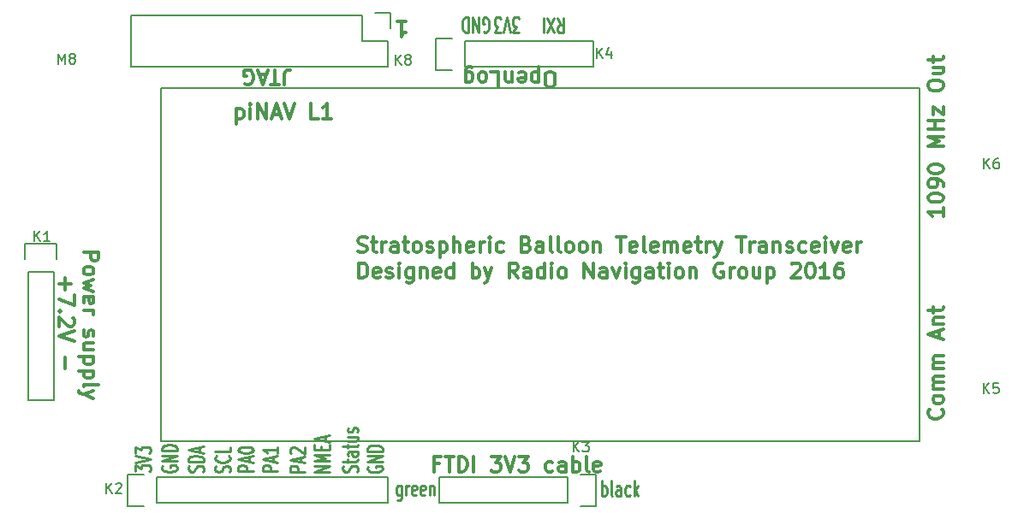
<source format=gbr>
G04 #@! TF.FileFunction,Legend,Top*
%FSLAX46Y46*%
G04 Gerber Fmt 4.6, Leading zero omitted, Abs format (unit mm)*
G04 Created by KiCad (PCBNEW 4.0.3-stable) date 09/21/16 12:07:47*
%MOMM*%
%LPD*%
G01*
G04 APERTURE LIST*
%ADD10C,0.100000*%
%ADD11C,0.200000*%
%ADD12C,0.300000*%
%ADD13C,0.250000*%
%ADD14C,0.150000*%
G04 APERTURE END LIST*
D10*
D11*
X50000000Y-145000000D02*
X50000000Y-110000000D01*
X125000000Y-145000000D02*
X50000000Y-145000000D01*
X125000000Y-110000000D02*
X125000000Y-145000000D01*
X50000000Y-110000000D02*
X125000000Y-110000000D01*
D12*
X57457143Y-112078571D02*
X57457143Y-113578571D01*
X57457143Y-112150000D02*
X57600000Y-112078571D01*
X57885714Y-112078571D01*
X58028571Y-112150000D01*
X58100000Y-112221429D01*
X58171429Y-112364286D01*
X58171429Y-112792857D01*
X58100000Y-112935714D01*
X58028571Y-113007143D01*
X57885714Y-113078571D01*
X57600000Y-113078571D01*
X57457143Y-113007143D01*
X58814286Y-113078571D02*
X58814286Y-112078571D01*
X58814286Y-111578571D02*
X58742857Y-111650000D01*
X58814286Y-111721429D01*
X58885714Y-111650000D01*
X58814286Y-111578571D01*
X58814286Y-111721429D01*
X59528572Y-113078571D02*
X59528572Y-111578571D01*
X60385715Y-113078571D01*
X60385715Y-111578571D01*
X61028572Y-112650000D02*
X61742858Y-112650000D01*
X60885715Y-113078571D02*
X61385715Y-111578571D01*
X61885715Y-113078571D01*
X62171429Y-111578571D02*
X62671429Y-113078571D01*
X63171429Y-111578571D01*
X65528572Y-113078571D02*
X64814286Y-113078571D01*
X64814286Y-111578571D01*
X66814286Y-113078571D02*
X65957143Y-113078571D01*
X66385715Y-113078571D02*
X66385715Y-111578571D01*
X66242858Y-111792857D01*
X66100000Y-111935714D01*
X65957143Y-112007143D01*
X69485714Y-126232143D02*
X69700000Y-126303571D01*
X70057143Y-126303571D01*
X70200000Y-126232143D01*
X70271429Y-126160714D01*
X70342857Y-126017857D01*
X70342857Y-125875000D01*
X70271429Y-125732143D01*
X70200000Y-125660714D01*
X70057143Y-125589286D01*
X69771429Y-125517857D01*
X69628571Y-125446429D01*
X69557143Y-125375000D01*
X69485714Y-125232143D01*
X69485714Y-125089286D01*
X69557143Y-124946429D01*
X69628571Y-124875000D01*
X69771429Y-124803571D01*
X70128571Y-124803571D01*
X70342857Y-124875000D01*
X70771428Y-125303571D02*
X71342857Y-125303571D01*
X70985714Y-124803571D02*
X70985714Y-126089286D01*
X71057142Y-126232143D01*
X71200000Y-126303571D01*
X71342857Y-126303571D01*
X71842857Y-126303571D02*
X71842857Y-125303571D01*
X71842857Y-125589286D02*
X71914285Y-125446429D01*
X71985714Y-125375000D01*
X72128571Y-125303571D01*
X72271428Y-125303571D01*
X73414285Y-126303571D02*
X73414285Y-125517857D01*
X73342856Y-125375000D01*
X73199999Y-125303571D01*
X72914285Y-125303571D01*
X72771428Y-125375000D01*
X73414285Y-126232143D02*
X73271428Y-126303571D01*
X72914285Y-126303571D01*
X72771428Y-126232143D01*
X72699999Y-126089286D01*
X72699999Y-125946429D01*
X72771428Y-125803571D01*
X72914285Y-125732143D01*
X73271428Y-125732143D01*
X73414285Y-125660714D01*
X73914285Y-125303571D02*
X74485714Y-125303571D01*
X74128571Y-124803571D02*
X74128571Y-126089286D01*
X74199999Y-126232143D01*
X74342857Y-126303571D01*
X74485714Y-126303571D01*
X75200000Y-126303571D02*
X75057142Y-126232143D01*
X74985714Y-126160714D01*
X74914285Y-126017857D01*
X74914285Y-125589286D01*
X74985714Y-125446429D01*
X75057142Y-125375000D01*
X75200000Y-125303571D01*
X75414285Y-125303571D01*
X75557142Y-125375000D01*
X75628571Y-125446429D01*
X75700000Y-125589286D01*
X75700000Y-126017857D01*
X75628571Y-126160714D01*
X75557142Y-126232143D01*
X75414285Y-126303571D01*
X75200000Y-126303571D01*
X76271428Y-126232143D02*
X76414285Y-126303571D01*
X76700000Y-126303571D01*
X76842857Y-126232143D01*
X76914285Y-126089286D01*
X76914285Y-126017857D01*
X76842857Y-125875000D01*
X76700000Y-125803571D01*
X76485714Y-125803571D01*
X76342857Y-125732143D01*
X76271428Y-125589286D01*
X76271428Y-125517857D01*
X76342857Y-125375000D01*
X76485714Y-125303571D01*
X76700000Y-125303571D01*
X76842857Y-125375000D01*
X77557143Y-125303571D02*
X77557143Y-126803571D01*
X77557143Y-125375000D02*
X77700000Y-125303571D01*
X77985714Y-125303571D01*
X78128571Y-125375000D01*
X78200000Y-125446429D01*
X78271429Y-125589286D01*
X78271429Y-126017857D01*
X78200000Y-126160714D01*
X78128571Y-126232143D01*
X77985714Y-126303571D01*
X77700000Y-126303571D01*
X77557143Y-126232143D01*
X78914286Y-126303571D02*
X78914286Y-124803571D01*
X79557143Y-126303571D02*
X79557143Y-125517857D01*
X79485714Y-125375000D01*
X79342857Y-125303571D01*
X79128572Y-125303571D01*
X78985714Y-125375000D01*
X78914286Y-125446429D01*
X80842857Y-126232143D02*
X80700000Y-126303571D01*
X80414286Y-126303571D01*
X80271429Y-126232143D01*
X80200000Y-126089286D01*
X80200000Y-125517857D01*
X80271429Y-125375000D01*
X80414286Y-125303571D01*
X80700000Y-125303571D01*
X80842857Y-125375000D01*
X80914286Y-125517857D01*
X80914286Y-125660714D01*
X80200000Y-125803571D01*
X81557143Y-126303571D02*
X81557143Y-125303571D01*
X81557143Y-125589286D02*
X81628571Y-125446429D01*
X81700000Y-125375000D01*
X81842857Y-125303571D01*
X81985714Y-125303571D01*
X82485714Y-126303571D02*
X82485714Y-125303571D01*
X82485714Y-124803571D02*
X82414285Y-124875000D01*
X82485714Y-124946429D01*
X82557142Y-124875000D01*
X82485714Y-124803571D01*
X82485714Y-124946429D01*
X83842857Y-126232143D02*
X83700000Y-126303571D01*
X83414286Y-126303571D01*
X83271428Y-126232143D01*
X83200000Y-126160714D01*
X83128571Y-126017857D01*
X83128571Y-125589286D01*
X83200000Y-125446429D01*
X83271428Y-125375000D01*
X83414286Y-125303571D01*
X83700000Y-125303571D01*
X83842857Y-125375000D01*
X86128571Y-125517857D02*
X86342857Y-125589286D01*
X86414285Y-125660714D01*
X86485714Y-125803571D01*
X86485714Y-126017857D01*
X86414285Y-126160714D01*
X86342857Y-126232143D01*
X86199999Y-126303571D01*
X85628571Y-126303571D01*
X85628571Y-124803571D01*
X86128571Y-124803571D01*
X86271428Y-124875000D01*
X86342857Y-124946429D01*
X86414285Y-125089286D01*
X86414285Y-125232143D01*
X86342857Y-125375000D01*
X86271428Y-125446429D01*
X86128571Y-125517857D01*
X85628571Y-125517857D01*
X87771428Y-126303571D02*
X87771428Y-125517857D01*
X87699999Y-125375000D01*
X87557142Y-125303571D01*
X87271428Y-125303571D01*
X87128571Y-125375000D01*
X87771428Y-126232143D02*
X87628571Y-126303571D01*
X87271428Y-126303571D01*
X87128571Y-126232143D01*
X87057142Y-126089286D01*
X87057142Y-125946429D01*
X87128571Y-125803571D01*
X87271428Y-125732143D01*
X87628571Y-125732143D01*
X87771428Y-125660714D01*
X88700000Y-126303571D02*
X88557142Y-126232143D01*
X88485714Y-126089286D01*
X88485714Y-124803571D01*
X89485714Y-126303571D02*
X89342856Y-126232143D01*
X89271428Y-126089286D01*
X89271428Y-124803571D01*
X90271428Y-126303571D02*
X90128570Y-126232143D01*
X90057142Y-126160714D01*
X89985713Y-126017857D01*
X89985713Y-125589286D01*
X90057142Y-125446429D01*
X90128570Y-125375000D01*
X90271428Y-125303571D01*
X90485713Y-125303571D01*
X90628570Y-125375000D01*
X90699999Y-125446429D01*
X90771428Y-125589286D01*
X90771428Y-126017857D01*
X90699999Y-126160714D01*
X90628570Y-126232143D01*
X90485713Y-126303571D01*
X90271428Y-126303571D01*
X91628571Y-126303571D02*
X91485713Y-126232143D01*
X91414285Y-126160714D01*
X91342856Y-126017857D01*
X91342856Y-125589286D01*
X91414285Y-125446429D01*
X91485713Y-125375000D01*
X91628571Y-125303571D01*
X91842856Y-125303571D01*
X91985713Y-125375000D01*
X92057142Y-125446429D01*
X92128571Y-125589286D01*
X92128571Y-126017857D01*
X92057142Y-126160714D01*
X91985713Y-126232143D01*
X91842856Y-126303571D01*
X91628571Y-126303571D01*
X92771428Y-125303571D02*
X92771428Y-126303571D01*
X92771428Y-125446429D02*
X92842856Y-125375000D01*
X92985714Y-125303571D01*
X93199999Y-125303571D01*
X93342856Y-125375000D01*
X93414285Y-125517857D01*
X93414285Y-126303571D01*
X95057142Y-124803571D02*
X95914285Y-124803571D01*
X95485714Y-126303571D02*
X95485714Y-124803571D01*
X96985713Y-126232143D02*
X96842856Y-126303571D01*
X96557142Y-126303571D01*
X96414285Y-126232143D01*
X96342856Y-126089286D01*
X96342856Y-125517857D01*
X96414285Y-125375000D01*
X96557142Y-125303571D01*
X96842856Y-125303571D01*
X96985713Y-125375000D01*
X97057142Y-125517857D01*
X97057142Y-125660714D01*
X96342856Y-125803571D01*
X97914285Y-126303571D02*
X97771427Y-126232143D01*
X97699999Y-126089286D01*
X97699999Y-124803571D01*
X99057141Y-126232143D02*
X98914284Y-126303571D01*
X98628570Y-126303571D01*
X98485713Y-126232143D01*
X98414284Y-126089286D01*
X98414284Y-125517857D01*
X98485713Y-125375000D01*
X98628570Y-125303571D01*
X98914284Y-125303571D01*
X99057141Y-125375000D01*
X99128570Y-125517857D01*
X99128570Y-125660714D01*
X98414284Y-125803571D01*
X99771427Y-126303571D02*
X99771427Y-125303571D01*
X99771427Y-125446429D02*
X99842855Y-125375000D01*
X99985713Y-125303571D01*
X100199998Y-125303571D01*
X100342855Y-125375000D01*
X100414284Y-125517857D01*
X100414284Y-126303571D01*
X100414284Y-125517857D02*
X100485713Y-125375000D01*
X100628570Y-125303571D01*
X100842855Y-125303571D01*
X100985713Y-125375000D01*
X101057141Y-125517857D01*
X101057141Y-126303571D01*
X102342855Y-126232143D02*
X102199998Y-126303571D01*
X101914284Y-126303571D01*
X101771427Y-126232143D01*
X101699998Y-126089286D01*
X101699998Y-125517857D01*
X101771427Y-125375000D01*
X101914284Y-125303571D01*
X102199998Y-125303571D01*
X102342855Y-125375000D01*
X102414284Y-125517857D01*
X102414284Y-125660714D01*
X101699998Y-125803571D01*
X102842855Y-125303571D02*
X103414284Y-125303571D01*
X103057141Y-124803571D02*
X103057141Y-126089286D01*
X103128569Y-126232143D01*
X103271427Y-126303571D01*
X103414284Y-126303571D01*
X103914284Y-126303571D02*
X103914284Y-125303571D01*
X103914284Y-125589286D02*
X103985712Y-125446429D01*
X104057141Y-125375000D01*
X104199998Y-125303571D01*
X104342855Y-125303571D01*
X104699998Y-125303571D02*
X105057141Y-126303571D01*
X105414283Y-125303571D02*
X105057141Y-126303571D01*
X104914283Y-126660714D01*
X104842855Y-126732143D01*
X104699998Y-126803571D01*
X106914283Y-124803571D02*
X107771426Y-124803571D01*
X107342855Y-126303571D02*
X107342855Y-124803571D01*
X108271426Y-126303571D02*
X108271426Y-125303571D01*
X108271426Y-125589286D02*
X108342854Y-125446429D01*
X108414283Y-125375000D01*
X108557140Y-125303571D01*
X108699997Y-125303571D01*
X109842854Y-126303571D02*
X109842854Y-125517857D01*
X109771425Y-125375000D01*
X109628568Y-125303571D01*
X109342854Y-125303571D01*
X109199997Y-125375000D01*
X109842854Y-126232143D02*
X109699997Y-126303571D01*
X109342854Y-126303571D01*
X109199997Y-126232143D01*
X109128568Y-126089286D01*
X109128568Y-125946429D01*
X109199997Y-125803571D01*
X109342854Y-125732143D01*
X109699997Y-125732143D01*
X109842854Y-125660714D01*
X110557140Y-125303571D02*
X110557140Y-126303571D01*
X110557140Y-125446429D02*
X110628568Y-125375000D01*
X110771426Y-125303571D01*
X110985711Y-125303571D01*
X111128568Y-125375000D01*
X111199997Y-125517857D01*
X111199997Y-126303571D01*
X111842854Y-126232143D02*
X111985711Y-126303571D01*
X112271426Y-126303571D01*
X112414283Y-126232143D01*
X112485711Y-126089286D01*
X112485711Y-126017857D01*
X112414283Y-125875000D01*
X112271426Y-125803571D01*
X112057140Y-125803571D01*
X111914283Y-125732143D01*
X111842854Y-125589286D01*
X111842854Y-125517857D01*
X111914283Y-125375000D01*
X112057140Y-125303571D01*
X112271426Y-125303571D01*
X112414283Y-125375000D01*
X113771426Y-126232143D02*
X113628569Y-126303571D01*
X113342855Y-126303571D01*
X113199997Y-126232143D01*
X113128569Y-126160714D01*
X113057140Y-126017857D01*
X113057140Y-125589286D01*
X113128569Y-125446429D01*
X113199997Y-125375000D01*
X113342855Y-125303571D01*
X113628569Y-125303571D01*
X113771426Y-125375000D01*
X114985711Y-126232143D02*
X114842854Y-126303571D01*
X114557140Y-126303571D01*
X114414283Y-126232143D01*
X114342854Y-126089286D01*
X114342854Y-125517857D01*
X114414283Y-125375000D01*
X114557140Y-125303571D01*
X114842854Y-125303571D01*
X114985711Y-125375000D01*
X115057140Y-125517857D01*
X115057140Y-125660714D01*
X114342854Y-125803571D01*
X115699997Y-126303571D02*
X115699997Y-125303571D01*
X115699997Y-124803571D02*
X115628568Y-124875000D01*
X115699997Y-124946429D01*
X115771425Y-124875000D01*
X115699997Y-124803571D01*
X115699997Y-124946429D01*
X116271426Y-125303571D02*
X116628569Y-126303571D01*
X116985711Y-125303571D01*
X118128568Y-126232143D02*
X117985711Y-126303571D01*
X117699997Y-126303571D01*
X117557140Y-126232143D01*
X117485711Y-126089286D01*
X117485711Y-125517857D01*
X117557140Y-125375000D01*
X117699997Y-125303571D01*
X117985711Y-125303571D01*
X118128568Y-125375000D01*
X118199997Y-125517857D01*
X118199997Y-125660714D01*
X117485711Y-125803571D01*
X118842854Y-126303571D02*
X118842854Y-125303571D01*
X118842854Y-125589286D02*
X118914282Y-125446429D01*
X118985711Y-125375000D01*
X119128568Y-125303571D01*
X119271425Y-125303571D01*
X69557143Y-128853571D02*
X69557143Y-127353571D01*
X69914286Y-127353571D01*
X70128571Y-127425000D01*
X70271429Y-127567857D01*
X70342857Y-127710714D01*
X70414286Y-127996429D01*
X70414286Y-128210714D01*
X70342857Y-128496429D01*
X70271429Y-128639286D01*
X70128571Y-128782143D01*
X69914286Y-128853571D01*
X69557143Y-128853571D01*
X71628571Y-128782143D02*
X71485714Y-128853571D01*
X71200000Y-128853571D01*
X71057143Y-128782143D01*
X70985714Y-128639286D01*
X70985714Y-128067857D01*
X71057143Y-127925000D01*
X71200000Y-127853571D01*
X71485714Y-127853571D01*
X71628571Y-127925000D01*
X71700000Y-128067857D01*
X71700000Y-128210714D01*
X70985714Y-128353571D01*
X72271428Y-128782143D02*
X72414285Y-128853571D01*
X72700000Y-128853571D01*
X72842857Y-128782143D01*
X72914285Y-128639286D01*
X72914285Y-128567857D01*
X72842857Y-128425000D01*
X72700000Y-128353571D01*
X72485714Y-128353571D01*
X72342857Y-128282143D01*
X72271428Y-128139286D01*
X72271428Y-128067857D01*
X72342857Y-127925000D01*
X72485714Y-127853571D01*
X72700000Y-127853571D01*
X72842857Y-127925000D01*
X73557143Y-128853571D02*
X73557143Y-127853571D01*
X73557143Y-127353571D02*
X73485714Y-127425000D01*
X73557143Y-127496429D01*
X73628571Y-127425000D01*
X73557143Y-127353571D01*
X73557143Y-127496429D01*
X74914286Y-127853571D02*
X74914286Y-129067857D01*
X74842857Y-129210714D01*
X74771429Y-129282143D01*
X74628572Y-129353571D01*
X74414286Y-129353571D01*
X74271429Y-129282143D01*
X74914286Y-128782143D02*
X74771429Y-128853571D01*
X74485715Y-128853571D01*
X74342857Y-128782143D01*
X74271429Y-128710714D01*
X74200000Y-128567857D01*
X74200000Y-128139286D01*
X74271429Y-127996429D01*
X74342857Y-127925000D01*
X74485715Y-127853571D01*
X74771429Y-127853571D01*
X74914286Y-127925000D01*
X75628572Y-127853571D02*
X75628572Y-128853571D01*
X75628572Y-127996429D02*
X75700000Y-127925000D01*
X75842858Y-127853571D01*
X76057143Y-127853571D01*
X76200000Y-127925000D01*
X76271429Y-128067857D01*
X76271429Y-128853571D01*
X77557143Y-128782143D02*
X77414286Y-128853571D01*
X77128572Y-128853571D01*
X76985715Y-128782143D01*
X76914286Y-128639286D01*
X76914286Y-128067857D01*
X76985715Y-127925000D01*
X77128572Y-127853571D01*
X77414286Y-127853571D01*
X77557143Y-127925000D01*
X77628572Y-128067857D01*
X77628572Y-128210714D01*
X76914286Y-128353571D01*
X78914286Y-128853571D02*
X78914286Y-127353571D01*
X78914286Y-128782143D02*
X78771429Y-128853571D01*
X78485715Y-128853571D01*
X78342857Y-128782143D01*
X78271429Y-128710714D01*
X78200000Y-128567857D01*
X78200000Y-128139286D01*
X78271429Y-127996429D01*
X78342857Y-127925000D01*
X78485715Y-127853571D01*
X78771429Y-127853571D01*
X78914286Y-127925000D01*
X80771429Y-128853571D02*
X80771429Y-127353571D01*
X80771429Y-127925000D02*
X80914286Y-127853571D01*
X81200000Y-127853571D01*
X81342857Y-127925000D01*
X81414286Y-127996429D01*
X81485715Y-128139286D01*
X81485715Y-128567857D01*
X81414286Y-128710714D01*
X81342857Y-128782143D01*
X81200000Y-128853571D01*
X80914286Y-128853571D01*
X80771429Y-128782143D01*
X81985715Y-127853571D02*
X82342858Y-128853571D01*
X82700000Y-127853571D02*
X82342858Y-128853571D01*
X82200000Y-129210714D01*
X82128572Y-129282143D01*
X81985715Y-129353571D01*
X85271429Y-128853571D02*
X84771429Y-128139286D01*
X84414286Y-128853571D02*
X84414286Y-127353571D01*
X84985714Y-127353571D01*
X85128572Y-127425000D01*
X85200000Y-127496429D01*
X85271429Y-127639286D01*
X85271429Y-127853571D01*
X85200000Y-127996429D01*
X85128572Y-128067857D01*
X84985714Y-128139286D01*
X84414286Y-128139286D01*
X86557143Y-128853571D02*
X86557143Y-128067857D01*
X86485714Y-127925000D01*
X86342857Y-127853571D01*
X86057143Y-127853571D01*
X85914286Y-127925000D01*
X86557143Y-128782143D02*
X86414286Y-128853571D01*
X86057143Y-128853571D01*
X85914286Y-128782143D01*
X85842857Y-128639286D01*
X85842857Y-128496429D01*
X85914286Y-128353571D01*
X86057143Y-128282143D01*
X86414286Y-128282143D01*
X86557143Y-128210714D01*
X87914286Y-128853571D02*
X87914286Y-127353571D01*
X87914286Y-128782143D02*
X87771429Y-128853571D01*
X87485715Y-128853571D01*
X87342857Y-128782143D01*
X87271429Y-128710714D01*
X87200000Y-128567857D01*
X87200000Y-128139286D01*
X87271429Y-127996429D01*
X87342857Y-127925000D01*
X87485715Y-127853571D01*
X87771429Y-127853571D01*
X87914286Y-127925000D01*
X88628572Y-128853571D02*
X88628572Y-127853571D01*
X88628572Y-127353571D02*
X88557143Y-127425000D01*
X88628572Y-127496429D01*
X88700000Y-127425000D01*
X88628572Y-127353571D01*
X88628572Y-127496429D01*
X89557144Y-128853571D02*
X89414286Y-128782143D01*
X89342858Y-128710714D01*
X89271429Y-128567857D01*
X89271429Y-128139286D01*
X89342858Y-127996429D01*
X89414286Y-127925000D01*
X89557144Y-127853571D01*
X89771429Y-127853571D01*
X89914286Y-127925000D01*
X89985715Y-127996429D01*
X90057144Y-128139286D01*
X90057144Y-128567857D01*
X89985715Y-128710714D01*
X89914286Y-128782143D01*
X89771429Y-128853571D01*
X89557144Y-128853571D01*
X91842858Y-128853571D02*
X91842858Y-127353571D01*
X92700001Y-128853571D01*
X92700001Y-127353571D01*
X94057144Y-128853571D02*
X94057144Y-128067857D01*
X93985715Y-127925000D01*
X93842858Y-127853571D01*
X93557144Y-127853571D01*
X93414287Y-127925000D01*
X94057144Y-128782143D02*
X93914287Y-128853571D01*
X93557144Y-128853571D01*
X93414287Y-128782143D01*
X93342858Y-128639286D01*
X93342858Y-128496429D01*
X93414287Y-128353571D01*
X93557144Y-128282143D01*
X93914287Y-128282143D01*
X94057144Y-128210714D01*
X94628573Y-127853571D02*
X94985716Y-128853571D01*
X95342858Y-127853571D01*
X95914287Y-128853571D02*
X95914287Y-127853571D01*
X95914287Y-127353571D02*
X95842858Y-127425000D01*
X95914287Y-127496429D01*
X95985715Y-127425000D01*
X95914287Y-127353571D01*
X95914287Y-127496429D01*
X97271430Y-127853571D02*
X97271430Y-129067857D01*
X97200001Y-129210714D01*
X97128573Y-129282143D01*
X96985716Y-129353571D01*
X96771430Y-129353571D01*
X96628573Y-129282143D01*
X97271430Y-128782143D02*
X97128573Y-128853571D01*
X96842859Y-128853571D01*
X96700001Y-128782143D01*
X96628573Y-128710714D01*
X96557144Y-128567857D01*
X96557144Y-128139286D01*
X96628573Y-127996429D01*
X96700001Y-127925000D01*
X96842859Y-127853571D01*
X97128573Y-127853571D01*
X97271430Y-127925000D01*
X98628573Y-128853571D02*
X98628573Y-128067857D01*
X98557144Y-127925000D01*
X98414287Y-127853571D01*
X98128573Y-127853571D01*
X97985716Y-127925000D01*
X98628573Y-128782143D02*
X98485716Y-128853571D01*
X98128573Y-128853571D01*
X97985716Y-128782143D01*
X97914287Y-128639286D01*
X97914287Y-128496429D01*
X97985716Y-128353571D01*
X98128573Y-128282143D01*
X98485716Y-128282143D01*
X98628573Y-128210714D01*
X99128573Y-127853571D02*
X99700002Y-127853571D01*
X99342859Y-127353571D02*
X99342859Y-128639286D01*
X99414287Y-128782143D01*
X99557145Y-128853571D01*
X99700002Y-128853571D01*
X100200002Y-128853571D02*
X100200002Y-127853571D01*
X100200002Y-127353571D02*
X100128573Y-127425000D01*
X100200002Y-127496429D01*
X100271430Y-127425000D01*
X100200002Y-127353571D01*
X100200002Y-127496429D01*
X101128574Y-128853571D02*
X100985716Y-128782143D01*
X100914288Y-128710714D01*
X100842859Y-128567857D01*
X100842859Y-128139286D01*
X100914288Y-127996429D01*
X100985716Y-127925000D01*
X101128574Y-127853571D01*
X101342859Y-127853571D01*
X101485716Y-127925000D01*
X101557145Y-127996429D01*
X101628574Y-128139286D01*
X101628574Y-128567857D01*
X101557145Y-128710714D01*
X101485716Y-128782143D01*
X101342859Y-128853571D01*
X101128574Y-128853571D01*
X102271431Y-127853571D02*
X102271431Y-128853571D01*
X102271431Y-127996429D02*
X102342859Y-127925000D01*
X102485717Y-127853571D01*
X102700002Y-127853571D01*
X102842859Y-127925000D01*
X102914288Y-128067857D01*
X102914288Y-128853571D01*
X105557145Y-127425000D02*
X105414288Y-127353571D01*
X105200002Y-127353571D01*
X104985717Y-127425000D01*
X104842859Y-127567857D01*
X104771431Y-127710714D01*
X104700002Y-127996429D01*
X104700002Y-128210714D01*
X104771431Y-128496429D01*
X104842859Y-128639286D01*
X104985717Y-128782143D01*
X105200002Y-128853571D01*
X105342859Y-128853571D01*
X105557145Y-128782143D01*
X105628574Y-128710714D01*
X105628574Y-128210714D01*
X105342859Y-128210714D01*
X106271431Y-128853571D02*
X106271431Y-127853571D01*
X106271431Y-128139286D02*
X106342859Y-127996429D01*
X106414288Y-127925000D01*
X106557145Y-127853571D01*
X106700002Y-127853571D01*
X107414288Y-128853571D02*
X107271430Y-128782143D01*
X107200002Y-128710714D01*
X107128573Y-128567857D01*
X107128573Y-128139286D01*
X107200002Y-127996429D01*
X107271430Y-127925000D01*
X107414288Y-127853571D01*
X107628573Y-127853571D01*
X107771430Y-127925000D01*
X107842859Y-127996429D01*
X107914288Y-128139286D01*
X107914288Y-128567857D01*
X107842859Y-128710714D01*
X107771430Y-128782143D01*
X107628573Y-128853571D01*
X107414288Y-128853571D01*
X109200002Y-127853571D02*
X109200002Y-128853571D01*
X108557145Y-127853571D02*
X108557145Y-128639286D01*
X108628573Y-128782143D01*
X108771431Y-128853571D01*
X108985716Y-128853571D01*
X109128573Y-128782143D01*
X109200002Y-128710714D01*
X109914288Y-127853571D02*
X109914288Y-129353571D01*
X109914288Y-127925000D02*
X110057145Y-127853571D01*
X110342859Y-127853571D01*
X110485716Y-127925000D01*
X110557145Y-127996429D01*
X110628574Y-128139286D01*
X110628574Y-128567857D01*
X110557145Y-128710714D01*
X110485716Y-128782143D01*
X110342859Y-128853571D01*
X110057145Y-128853571D01*
X109914288Y-128782143D01*
X112342859Y-127496429D02*
X112414288Y-127425000D01*
X112557145Y-127353571D01*
X112914288Y-127353571D01*
X113057145Y-127425000D01*
X113128574Y-127496429D01*
X113200002Y-127639286D01*
X113200002Y-127782143D01*
X113128574Y-127996429D01*
X112271431Y-128853571D01*
X113200002Y-128853571D01*
X114128573Y-127353571D02*
X114271430Y-127353571D01*
X114414287Y-127425000D01*
X114485716Y-127496429D01*
X114557145Y-127639286D01*
X114628573Y-127925000D01*
X114628573Y-128282143D01*
X114557145Y-128567857D01*
X114485716Y-128710714D01*
X114414287Y-128782143D01*
X114271430Y-128853571D01*
X114128573Y-128853571D01*
X113985716Y-128782143D01*
X113914287Y-128710714D01*
X113842859Y-128567857D01*
X113771430Y-128282143D01*
X113771430Y-127925000D01*
X113842859Y-127639286D01*
X113914287Y-127496429D01*
X113985716Y-127425000D01*
X114128573Y-127353571D01*
X116057144Y-128853571D02*
X115200001Y-128853571D01*
X115628573Y-128853571D02*
X115628573Y-127353571D01*
X115485716Y-127567857D01*
X115342858Y-127710714D01*
X115200001Y-127782143D01*
X117342858Y-127353571D02*
X117057144Y-127353571D01*
X116914287Y-127425000D01*
X116842858Y-127496429D01*
X116700001Y-127710714D01*
X116628572Y-127996429D01*
X116628572Y-128567857D01*
X116700001Y-128710714D01*
X116771429Y-128782143D01*
X116914287Y-128853571D01*
X117200001Y-128853571D01*
X117342858Y-128782143D01*
X117414287Y-128710714D01*
X117485715Y-128567857D01*
X117485715Y-128210714D01*
X117414287Y-128067857D01*
X117342858Y-127996429D01*
X117200001Y-127925000D01*
X116914287Y-127925000D01*
X116771429Y-127996429D01*
X116700001Y-128067857D01*
X116628572Y-128210714D01*
X127328571Y-121900000D02*
X127328571Y-122757143D01*
X127328571Y-122328571D02*
X125828571Y-122328571D01*
X126042857Y-122471428D01*
X126185714Y-122614286D01*
X126257143Y-122757143D01*
X125828571Y-120971429D02*
X125828571Y-120828572D01*
X125900000Y-120685715D01*
X125971429Y-120614286D01*
X126114286Y-120542857D01*
X126400000Y-120471429D01*
X126757143Y-120471429D01*
X127042857Y-120542857D01*
X127185714Y-120614286D01*
X127257143Y-120685715D01*
X127328571Y-120828572D01*
X127328571Y-120971429D01*
X127257143Y-121114286D01*
X127185714Y-121185715D01*
X127042857Y-121257143D01*
X126757143Y-121328572D01*
X126400000Y-121328572D01*
X126114286Y-121257143D01*
X125971429Y-121185715D01*
X125900000Y-121114286D01*
X125828571Y-120971429D01*
X127328571Y-119757144D02*
X127328571Y-119471429D01*
X127257143Y-119328572D01*
X127185714Y-119257144D01*
X126971429Y-119114286D01*
X126685714Y-119042858D01*
X126114286Y-119042858D01*
X125971429Y-119114286D01*
X125900000Y-119185715D01*
X125828571Y-119328572D01*
X125828571Y-119614286D01*
X125900000Y-119757144D01*
X125971429Y-119828572D01*
X126114286Y-119900001D01*
X126471429Y-119900001D01*
X126614286Y-119828572D01*
X126685714Y-119757144D01*
X126757143Y-119614286D01*
X126757143Y-119328572D01*
X126685714Y-119185715D01*
X126614286Y-119114286D01*
X126471429Y-119042858D01*
X125828571Y-118114287D02*
X125828571Y-117971430D01*
X125900000Y-117828573D01*
X125971429Y-117757144D01*
X126114286Y-117685715D01*
X126400000Y-117614287D01*
X126757143Y-117614287D01*
X127042857Y-117685715D01*
X127185714Y-117757144D01*
X127257143Y-117828573D01*
X127328571Y-117971430D01*
X127328571Y-118114287D01*
X127257143Y-118257144D01*
X127185714Y-118328573D01*
X127042857Y-118400001D01*
X126757143Y-118471430D01*
X126400000Y-118471430D01*
X126114286Y-118400001D01*
X125971429Y-118328573D01*
X125900000Y-118257144D01*
X125828571Y-118114287D01*
X127328571Y-115828573D02*
X125828571Y-115828573D01*
X126900000Y-115328573D01*
X125828571Y-114828573D01*
X127328571Y-114828573D01*
X127328571Y-114114287D02*
X125828571Y-114114287D01*
X126542857Y-114114287D02*
X126542857Y-113257144D01*
X127328571Y-113257144D02*
X125828571Y-113257144D01*
X126328571Y-112685715D02*
X126328571Y-111900001D01*
X127328571Y-112685715D01*
X127328571Y-111900001D01*
X125828571Y-109900001D02*
X125828571Y-109614287D01*
X125900000Y-109471429D01*
X126042857Y-109328572D01*
X126328571Y-109257144D01*
X126828571Y-109257144D01*
X127114286Y-109328572D01*
X127257143Y-109471429D01*
X127328571Y-109614287D01*
X127328571Y-109900001D01*
X127257143Y-110042858D01*
X127114286Y-110185715D01*
X126828571Y-110257144D01*
X126328571Y-110257144D01*
X126042857Y-110185715D01*
X125900000Y-110042858D01*
X125828571Y-109900001D01*
X126328571Y-107971429D02*
X127328571Y-107971429D01*
X126328571Y-108614286D02*
X127114286Y-108614286D01*
X127257143Y-108542858D01*
X127328571Y-108400000D01*
X127328571Y-108185715D01*
X127257143Y-108042858D01*
X127185714Y-107971429D01*
X126328571Y-107471429D02*
X126328571Y-106900000D01*
X125828571Y-107257143D02*
X127114286Y-107257143D01*
X127257143Y-107185715D01*
X127328571Y-107042857D01*
X127328571Y-106900000D01*
X127185714Y-141835714D02*
X127257143Y-141907143D01*
X127328571Y-142121429D01*
X127328571Y-142264286D01*
X127257143Y-142478571D01*
X127114286Y-142621429D01*
X126971429Y-142692857D01*
X126685714Y-142764286D01*
X126471429Y-142764286D01*
X126185714Y-142692857D01*
X126042857Y-142621429D01*
X125900000Y-142478571D01*
X125828571Y-142264286D01*
X125828571Y-142121429D01*
X125900000Y-141907143D01*
X125971429Y-141835714D01*
X127328571Y-140978571D02*
X127257143Y-141121429D01*
X127185714Y-141192857D01*
X127042857Y-141264286D01*
X126614286Y-141264286D01*
X126471429Y-141192857D01*
X126400000Y-141121429D01*
X126328571Y-140978571D01*
X126328571Y-140764286D01*
X126400000Y-140621429D01*
X126471429Y-140550000D01*
X126614286Y-140478571D01*
X127042857Y-140478571D01*
X127185714Y-140550000D01*
X127257143Y-140621429D01*
X127328571Y-140764286D01*
X127328571Y-140978571D01*
X127328571Y-139835714D02*
X126328571Y-139835714D01*
X126471429Y-139835714D02*
X126400000Y-139764286D01*
X126328571Y-139621428D01*
X126328571Y-139407143D01*
X126400000Y-139264286D01*
X126542857Y-139192857D01*
X127328571Y-139192857D01*
X126542857Y-139192857D02*
X126400000Y-139121428D01*
X126328571Y-138978571D01*
X126328571Y-138764286D01*
X126400000Y-138621428D01*
X126542857Y-138550000D01*
X127328571Y-138550000D01*
X127328571Y-137835714D02*
X126328571Y-137835714D01*
X126471429Y-137835714D02*
X126400000Y-137764286D01*
X126328571Y-137621428D01*
X126328571Y-137407143D01*
X126400000Y-137264286D01*
X126542857Y-137192857D01*
X127328571Y-137192857D01*
X126542857Y-137192857D02*
X126400000Y-137121428D01*
X126328571Y-136978571D01*
X126328571Y-136764286D01*
X126400000Y-136621428D01*
X126542857Y-136550000D01*
X127328571Y-136550000D01*
X126900000Y-134764286D02*
X126900000Y-134050000D01*
X127328571Y-134907143D02*
X125828571Y-134407143D01*
X127328571Y-133907143D01*
X126328571Y-133407143D02*
X127328571Y-133407143D01*
X126471429Y-133407143D02*
X126400000Y-133335715D01*
X126328571Y-133192857D01*
X126328571Y-132978572D01*
X126400000Y-132835715D01*
X126542857Y-132764286D01*
X127328571Y-132764286D01*
X126328571Y-132264286D02*
X126328571Y-131692857D01*
X125828571Y-132050000D02*
X127114286Y-132050000D01*
X127257143Y-131978572D01*
X127328571Y-131835714D01*
X127328571Y-131692857D01*
D13*
X69357143Y-148016667D02*
X69428571Y-147873810D01*
X69428571Y-147635714D01*
X69357143Y-147540476D01*
X69285714Y-147492857D01*
X69142857Y-147445238D01*
X69000000Y-147445238D01*
X68857143Y-147492857D01*
X68785714Y-147540476D01*
X68714286Y-147635714D01*
X68642857Y-147826191D01*
X68571429Y-147921429D01*
X68500000Y-147969048D01*
X68357143Y-148016667D01*
X68214286Y-148016667D01*
X68071429Y-147969048D01*
X68000000Y-147921429D01*
X67928571Y-147826191D01*
X67928571Y-147588095D01*
X68000000Y-147445238D01*
X68428571Y-147159524D02*
X68428571Y-146778572D01*
X67928571Y-147016667D02*
X69214286Y-147016667D01*
X69357143Y-146969048D01*
X69428571Y-146873810D01*
X69428571Y-146778572D01*
X69428571Y-146016666D02*
X68642857Y-146016666D01*
X68500000Y-146064285D01*
X68428571Y-146159523D01*
X68428571Y-146350000D01*
X68500000Y-146445238D01*
X69357143Y-146016666D02*
X69428571Y-146111904D01*
X69428571Y-146350000D01*
X69357143Y-146445238D01*
X69214286Y-146492857D01*
X69071429Y-146492857D01*
X68928571Y-146445238D01*
X68857143Y-146350000D01*
X68857143Y-146111904D01*
X68785714Y-146016666D01*
X68428571Y-145683333D02*
X68428571Y-145302381D01*
X67928571Y-145540476D02*
X69214286Y-145540476D01*
X69357143Y-145492857D01*
X69428571Y-145397619D01*
X69428571Y-145302381D01*
X68428571Y-144540475D02*
X69428571Y-144540475D01*
X68428571Y-144969047D02*
X69214286Y-144969047D01*
X69357143Y-144921428D01*
X69428571Y-144826190D01*
X69428571Y-144683332D01*
X69357143Y-144588094D01*
X69285714Y-144540475D01*
X69357143Y-144111904D02*
X69428571Y-144016666D01*
X69428571Y-143826190D01*
X69357143Y-143730951D01*
X69214286Y-143683332D01*
X69142857Y-143683332D01*
X69000000Y-143730951D01*
X68928571Y-143826190D01*
X68928571Y-143969047D01*
X68857143Y-144064285D01*
X68714286Y-144111904D01*
X68642857Y-144111904D01*
X68500000Y-144064285D01*
X68428571Y-143969047D01*
X68428571Y-143826190D01*
X68500000Y-143730951D01*
X66628571Y-148038095D02*
X65128571Y-148038095D01*
X66628571Y-147466666D01*
X65128571Y-147466666D01*
X66628571Y-146990476D02*
X65128571Y-146990476D01*
X66200000Y-146657142D01*
X65128571Y-146323809D01*
X66628571Y-146323809D01*
X65842857Y-145847619D02*
X65842857Y-145514285D01*
X66628571Y-145371428D02*
X66628571Y-145847619D01*
X65128571Y-145847619D01*
X65128571Y-145371428D01*
X66200000Y-144990476D02*
X66200000Y-144514285D01*
X66628571Y-145085714D02*
X65128571Y-144752381D01*
X66628571Y-144419047D01*
X64228571Y-148016667D02*
X62728571Y-148016667D01*
X62728571Y-147635714D01*
X62800000Y-147540476D01*
X62871429Y-147492857D01*
X63014286Y-147445238D01*
X63228571Y-147445238D01*
X63371429Y-147492857D01*
X63442857Y-147540476D01*
X63514286Y-147635714D01*
X63514286Y-148016667D01*
X63800000Y-147064286D02*
X63800000Y-146588095D01*
X64228571Y-147159524D02*
X62728571Y-146826191D01*
X64228571Y-146492857D01*
X62871429Y-146207143D02*
X62800000Y-146159524D01*
X62728571Y-146064286D01*
X62728571Y-145826190D01*
X62800000Y-145730952D01*
X62871429Y-145683333D01*
X63014286Y-145635714D01*
X63157143Y-145635714D01*
X63371429Y-145683333D01*
X64228571Y-146254762D01*
X64228571Y-145635714D01*
X61528571Y-147966667D02*
X60028571Y-147966667D01*
X60028571Y-147585714D01*
X60100000Y-147490476D01*
X60171429Y-147442857D01*
X60314286Y-147395238D01*
X60528571Y-147395238D01*
X60671429Y-147442857D01*
X60742857Y-147490476D01*
X60814286Y-147585714D01*
X60814286Y-147966667D01*
X61100000Y-147014286D02*
X61100000Y-146538095D01*
X61528571Y-147109524D02*
X60028571Y-146776191D01*
X61528571Y-146442857D01*
X61528571Y-145585714D02*
X61528571Y-146157143D01*
X61528571Y-145871429D02*
X60028571Y-145871429D01*
X60242857Y-145966667D01*
X60385714Y-146061905D01*
X60457143Y-146157143D01*
X59128571Y-147966667D02*
X57628571Y-147966667D01*
X57628571Y-147585714D01*
X57700000Y-147490476D01*
X57771429Y-147442857D01*
X57914286Y-147395238D01*
X58128571Y-147395238D01*
X58271429Y-147442857D01*
X58342857Y-147490476D01*
X58414286Y-147585714D01*
X58414286Y-147966667D01*
X58700000Y-147014286D02*
X58700000Y-146538095D01*
X59128571Y-147109524D02*
X57628571Y-146776191D01*
X59128571Y-146442857D01*
X57628571Y-145919048D02*
X57628571Y-145823809D01*
X57700000Y-145728571D01*
X57771429Y-145680952D01*
X57914286Y-145633333D01*
X58200000Y-145585714D01*
X58557143Y-145585714D01*
X58842857Y-145633333D01*
X58985714Y-145680952D01*
X59057143Y-145728571D01*
X59128571Y-145823809D01*
X59128571Y-145919048D01*
X59057143Y-146014286D01*
X58985714Y-146061905D01*
X58842857Y-146109524D01*
X58557143Y-146157143D01*
X58200000Y-146157143D01*
X57914286Y-146109524D01*
X57771429Y-146061905D01*
X57700000Y-146014286D01*
X57628571Y-145919048D01*
X56757143Y-148040476D02*
X56828571Y-147897619D01*
X56828571Y-147659523D01*
X56757143Y-147564285D01*
X56685714Y-147516666D01*
X56542857Y-147469047D01*
X56400000Y-147469047D01*
X56257143Y-147516666D01*
X56185714Y-147564285D01*
X56114286Y-147659523D01*
X56042857Y-147850000D01*
X55971429Y-147945238D01*
X55900000Y-147992857D01*
X55757143Y-148040476D01*
X55614286Y-148040476D01*
X55471429Y-147992857D01*
X55400000Y-147945238D01*
X55328571Y-147850000D01*
X55328571Y-147611904D01*
X55400000Y-147469047D01*
X56685714Y-146469047D02*
X56757143Y-146516666D01*
X56828571Y-146659523D01*
X56828571Y-146754761D01*
X56757143Y-146897619D01*
X56614286Y-146992857D01*
X56471429Y-147040476D01*
X56185714Y-147088095D01*
X55971429Y-147088095D01*
X55685714Y-147040476D01*
X55542857Y-146992857D01*
X55400000Y-146897619D01*
X55328571Y-146754761D01*
X55328571Y-146659523D01*
X55400000Y-146516666D01*
X55471429Y-146469047D01*
X56828571Y-145564285D02*
X56828571Y-146040476D01*
X55328571Y-146040476D01*
X54107143Y-148014286D02*
X54178571Y-147871429D01*
X54178571Y-147633333D01*
X54107143Y-147538095D01*
X54035714Y-147490476D01*
X53892857Y-147442857D01*
X53750000Y-147442857D01*
X53607143Y-147490476D01*
X53535714Y-147538095D01*
X53464286Y-147633333D01*
X53392857Y-147823810D01*
X53321429Y-147919048D01*
X53250000Y-147966667D01*
X53107143Y-148014286D01*
X52964286Y-148014286D01*
X52821429Y-147966667D01*
X52750000Y-147919048D01*
X52678571Y-147823810D01*
X52678571Y-147585714D01*
X52750000Y-147442857D01*
X54178571Y-147014286D02*
X52678571Y-147014286D01*
X52678571Y-146776191D01*
X52750000Y-146633333D01*
X52892857Y-146538095D01*
X53035714Y-146490476D01*
X53321429Y-146442857D01*
X53535714Y-146442857D01*
X53821429Y-146490476D01*
X53964286Y-146538095D01*
X54107143Y-146633333D01*
X54178571Y-146776191D01*
X54178571Y-147014286D01*
X53750000Y-146061905D02*
X53750000Y-145585714D01*
X54178571Y-146157143D02*
X52678571Y-145823810D01*
X54178571Y-145490476D01*
X70450000Y-147511904D02*
X70378571Y-147607142D01*
X70378571Y-147749999D01*
X70450000Y-147892857D01*
X70592857Y-147988095D01*
X70735714Y-148035714D01*
X71021429Y-148083333D01*
X71235714Y-148083333D01*
X71521429Y-148035714D01*
X71664286Y-147988095D01*
X71807143Y-147892857D01*
X71878571Y-147749999D01*
X71878571Y-147654761D01*
X71807143Y-147511904D01*
X71735714Y-147464285D01*
X71235714Y-147464285D01*
X71235714Y-147654761D01*
X71878571Y-147035714D02*
X70378571Y-147035714D01*
X71878571Y-146464285D01*
X70378571Y-146464285D01*
X71878571Y-145988095D02*
X70378571Y-145988095D01*
X70378571Y-145750000D01*
X70450000Y-145607142D01*
X70592857Y-145511904D01*
X70735714Y-145464285D01*
X71021429Y-145416666D01*
X71235714Y-145416666D01*
X71521429Y-145464285D01*
X71664286Y-145511904D01*
X71807143Y-145607142D01*
X71878571Y-145750000D01*
X71878571Y-145988095D01*
X50150000Y-147461904D02*
X50078571Y-147557142D01*
X50078571Y-147699999D01*
X50150000Y-147842857D01*
X50292857Y-147938095D01*
X50435714Y-147985714D01*
X50721429Y-148033333D01*
X50935714Y-148033333D01*
X51221429Y-147985714D01*
X51364286Y-147938095D01*
X51507143Y-147842857D01*
X51578571Y-147699999D01*
X51578571Y-147604761D01*
X51507143Y-147461904D01*
X51435714Y-147414285D01*
X50935714Y-147414285D01*
X50935714Y-147604761D01*
X51578571Y-146985714D02*
X50078571Y-146985714D01*
X51578571Y-146414285D01*
X50078571Y-146414285D01*
X51578571Y-145938095D02*
X50078571Y-145938095D01*
X50078571Y-145700000D01*
X50150000Y-145557142D01*
X50292857Y-145461904D01*
X50435714Y-145414285D01*
X50721429Y-145366666D01*
X50935714Y-145366666D01*
X51221429Y-145414285D01*
X51364286Y-145461904D01*
X51507143Y-145557142D01*
X51578571Y-145700000D01*
X51578571Y-145938095D01*
X47428571Y-147988095D02*
X47428571Y-147369047D01*
X48000000Y-147702381D01*
X48000000Y-147559523D01*
X48071429Y-147464285D01*
X48142857Y-147416666D01*
X48285714Y-147369047D01*
X48642857Y-147369047D01*
X48785714Y-147416666D01*
X48857143Y-147464285D01*
X48928571Y-147559523D01*
X48928571Y-147845238D01*
X48857143Y-147940476D01*
X48785714Y-147988095D01*
X47428571Y-147083333D02*
X48928571Y-146750000D01*
X47428571Y-146416666D01*
X47428571Y-146178571D02*
X47428571Y-145559523D01*
X48000000Y-145892857D01*
X48000000Y-145749999D01*
X48071429Y-145654761D01*
X48142857Y-145607142D01*
X48285714Y-145559523D01*
X48642857Y-145559523D01*
X48785714Y-145607142D01*
X48857143Y-145654761D01*
X48928571Y-145749999D01*
X48928571Y-146035714D01*
X48857143Y-146130952D01*
X48785714Y-146178571D01*
X73745238Y-149378571D02*
X73745238Y-150592857D01*
X73697619Y-150735714D01*
X73650000Y-150807143D01*
X73554761Y-150878571D01*
X73411904Y-150878571D01*
X73316666Y-150807143D01*
X73745238Y-150307143D02*
X73650000Y-150378571D01*
X73459523Y-150378571D01*
X73364285Y-150307143D01*
X73316666Y-150235714D01*
X73269047Y-150092857D01*
X73269047Y-149664286D01*
X73316666Y-149521429D01*
X73364285Y-149450000D01*
X73459523Y-149378571D01*
X73650000Y-149378571D01*
X73745238Y-149450000D01*
X74221428Y-150378571D02*
X74221428Y-149378571D01*
X74221428Y-149664286D02*
X74269047Y-149521429D01*
X74316666Y-149450000D01*
X74411904Y-149378571D01*
X74507143Y-149378571D01*
X75221429Y-150307143D02*
X75126191Y-150378571D01*
X74935714Y-150378571D01*
X74840476Y-150307143D01*
X74792857Y-150164286D01*
X74792857Y-149592857D01*
X74840476Y-149450000D01*
X74935714Y-149378571D01*
X75126191Y-149378571D01*
X75221429Y-149450000D01*
X75269048Y-149592857D01*
X75269048Y-149735714D01*
X74792857Y-149878571D01*
X76078572Y-150307143D02*
X75983334Y-150378571D01*
X75792857Y-150378571D01*
X75697619Y-150307143D01*
X75650000Y-150164286D01*
X75650000Y-149592857D01*
X75697619Y-149450000D01*
X75792857Y-149378571D01*
X75983334Y-149378571D01*
X76078572Y-149450000D01*
X76126191Y-149592857D01*
X76126191Y-149735714D01*
X75650000Y-149878571D01*
X76554762Y-149378571D02*
X76554762Y-150378571D01*
X76554762Y-149521429D02*
X76602381Y-149450000D01*
X76697619Y-149378571D01*
X76840477Y-149378571D01*
X76935715Y-149450000D01*
X76983334Y-149592857D01*
X76983334Y-150378571D01*
X93588095Y-150428571D02*
X93588095Y-148928571D01*
X93588095Y-149500000D02*
X93683333Y-149428571D01*
X93873810Y-149428571D01*
X93969048Y-149500000D01*
X94016667Y-149571429D01*
X94064286Y-149714286D01*
X94064286Y-150142857D01*
X94016667Y-150285714D01*
X93969048Y-150357143D01*
X93873810Y-150428571D01*
X93683333Y-150428571D01*
X93588095Y-150357143D01*
X94635714Y-150428571D02*
X94540476Y-150357143D01*
X94492857Y-150214286D01*
X94492857Y-148928571D01*
X95445239Y-150428571D02*
X95445239Y-149642857D01*
X95397620Y-149500000D01*
X95302382Y-149428571D01*
X95111905Y-149428571D01*
X95016667Y-149500000D01*
X95445239Y-150357143D02*
X95350001Y-150428571D01*
X95111905Y-150428571D01*
X95016667Y-150357143D01*
X94969048Y-150214286D01*
X94969048Y-150071429D01*
X95016667Y-149928571D01*
X95111905Y-149857143D01*
X95350001Y-149857143D01*
X95445239Y-149785714D01*
X96350001Y-150357143D02*
X96254763Y-150428571D01*
X96064286Y-150428571D01*
X95969048Y-150357143D01*
X95921429Y-150285714D01*
X95873810Y-150142857D01*
X95873810Y-149714286D01*
X95921429Y-149571429D01*
X95969048Y-149500000D01*
X96064286Y-149428571D01*
X96254763Y-149428571D01*
X96350001Y-149500000D01*
X96778572Y-150428571D02*
X96778572Y-148928571D01*
X96873810Y-149857143D02*
X97159525Y-150428571D01*
X97159525Y-149428571D02*
X96778572Y-150000000D01*
D12*
X77485716Y-147242857D02*
X76985716Y-147242857D01*
X76985716Y-148028571D02*
X76985716Y-146528571D01*
X77700002Y-146528571D01*
X78057144Y-146528571D02*
X78914287Y-146528571D01*
X78485716Y-148028571D02*
X78485716Y-146528571D01*
X79414287Y-148028571D02*
X79414287Y-146528571D01*
X79771430Y-146528571D01*
X79985715Y-146600000D01*
X80128573Y-146742857D01*
X80200001Y-146885714D01*
X80271430Y-147171429D01*
X80271430Y-147385714D01*
X80200001Y-147671429D01*
X80128573Y-147814286D01*
X79985715Y-147957143D01*
X79771430Y-148028571D01*
X79414287Y-148028571D01*
X80914287Y-148028571D02*
X80914287Y-146528571D01*
X82628573Y-146528571D02*
X83557144Y-146528571D01*
X83057144Y-147100000D01*
X83271430Y-147100000D01*
X83414287Y-147171429D01*
X83485716Y-147242857D01*
X83557144Y-147385714D01*
X83557144Y-147742857D01*
X83485716Y-147885714D01*
X83414287Y-147957143D01*
X83271430Y-148028571D01*
X82842858Y-148028571D01*
X82700001Y-147957143D01*
X82628573Y-147885714D01*
X83985715Y-146528571D02*
X84485715Y-148028571D01*
X84985715Y-146528571D01*
X85342858Y-146528571D02*
X86271429Y-146528571D01*
X85771429Y-147100000D01*
X85985715Y-147100000D01*
X86128572Y-147171429D01*
X86200001Y-147242857D01*
X86271429Y-147385714D01*
X86271429Y-147742857D01*
X86200001Y-147885714D01*
X86128572Y-147957143D01*
X85985715Y-148028571D01*
X85557143Y-148028571D01*
X85414286Y-147957143D01*
X85342858Y-147885714D01*
X88700000Y-147957143D02*
X88557143Y-148028571D01*
X88271429Y-148028571D01*
X88128571Y-147957143D01*
X88057143Y-147885714D01*
X87985714Y-147742857D01*
X87985714Y-147314286D01*
X88057143Y-147171429D01*
X88128571Y-147100000D01*
X88271429Y-147028571D01*
X88557143Y-147028571D01*
X88700000Y-147100000D01*
X89985714Y-148028571D02*
X89985714Y-147242857D01*
X89914285Y-147100000D01*
X89771428Y-147028571D01*
X89485714Y-147028571D01*
X89342857Y-147100000D01*
X89985714Y-147957143D02*
X89842857Y-148028571D01*
X89485714Y-148028571D01*
X89342857Y-147957143D01*
X89271428Y-147814286D01*
X89271428Y-147671429D01*
X89342857Y-147528571D01*
X89485714Y-147457143D01*
X89842857Y-147457143D01*
X89985714Y-147385714D01*
X90700000Y-148028571D02*
X90700000Y-146528571D01*
X90700000Y-147100000D02*
X90842857Y-147028571D01*
X91128571Y-147028571D01*
X91271428Y-147100000D01*
X91342857Y-147171429D01*
X91414286Y-147314286D01*
X91414286Y-147742857D01*
X91342857Y-147885714D01*
X91271428Y-147957143D01*
X91128571Y-148028571D01*
X90842857Y-148028571D01*
X90700000Y-147957143D01*
X92271429Y-148028571D02*
X92128571Y-147957143D01*
X92057143Y-147814286D01*
X92057143Y-146528571D01*
X93414285Y-147957143D02*
X93271428Y-148028571D01*
X92985714Y-148028571D01*
X92842857Y-147957143D01*
X92771428Y-147814286D01*
X92771428Y-147242857D01*
X92842857Y-147100000D01*
X92985714Y-147028571D01*
X93271428Y-147028571D01*
X93414285Y-147100000D01*
X93485714Y-147242857D01*
X93485714Y-147385714D01*
X92771428Y-147528571D01*
X40492857Y-128850001D02*
X40492857Y-129992858D01*
X39921429Y-129421429D02*
X41064286Y-129421429D01*
X41421429Y-130564287D02*
X41421429Y-131564287D01*
X39921429Y-130921430D01*
X40064286Y-132135715D02*
X39992857Y-132207143D01*
X39921429Y-132135715D01*
X39992857Y-132064286D01*
X40064286Y-132135715D01*
X39921429Y-132135715D01*
X41278571Y-132778572D02*
X41350000Y-132850001D01*
X41421429Y-132992858D01*
X41421429Y-133350001D01*
X41350000Y-133492858D01*
X41278571Y-133564287D01*
X41135714Y-133635715D01*
X40992857Y-133635715D01*
X40778571Y-133564287D01*
X39921429Y-132707144D01*
X39921429Y-133635715D01*
X41421429Y-134064286D02*
X39921429Y-134564286D01*
X41421429Y-135064286D01*
X40492857Y-136707143D02*
X40492857Y-137850000D01*
X42321429Y-126307143D02*
X43821429Y-126307143D01*
X43821429Y-126878571D01*
X43750000Y-127021429D01*
X43678571Y-127092857D01*
X43535714Y-127164286D01*
X43321429Y-127164286D01*
X43178571Y-127092857D01*
X43107143Y-127021429D01*
X43035714Y-126878571D01*
X43035714Y-126307143D01*
X42321429Y-128021429D02*
X42392857Y-127878571D01*
X42464286Y-127807143D01*
X42607143Y-127735714D01*
X43035714Y-127735714D01*
X43178571Y-127807143D01*
X43250000Y-127878571D01*
X43321429Y-128021429D01*
X43321429Y-128235714D01*
X43250000Y-128378571D01*
X43178571Y-128450000D01*
X43035714Y-128521429D01*
X42607143Y-128521429D01*
X42464286Y-128450000D01*
X42392857Y-128378571D01*
X42321429Y-128235714D01*
X42321429Y-128021429D01*
X43321429Y-129021429D02*
X42321429Y-129307143D01*
X43035714Y-129592857D01*
X42321429Y-129878572D01*
X43321429Y-130164286D01*
X42392857Y-131307143D02*
X42321429Y-131164286D01*
X42321429Y-130878572D01*
X42392857Y-130735715D01*
X42535714Y-130664286D01*
X43107143Y-130664286D01*
X43250000Y-130735715D01*
X43321429Y-130878572D01*
X43321429Y-131164286D01*
X43250000Y-131307143D01*
X43107143Y-131378572D01*
X42964286Y-131378572D01*
X42821429Y-130664286D01*
X42321429Y-132021429D02*
X43321429Y-132021429D01*
X43035714Y-132021429D02*
X43178571Y-132092857D01*
X43250000Y-132164286D01*
X43321429Y-132307143D01*
X43321429Y-132450000D01*
X42392857Y-134021428D02*
X42321429Y-134164285D01*
X42321429Y-134450000D01*
X42392857Y-134592857D01*
X42535714Y-134664285D01*
X42607143Y-134664285D01*
X42750000Y-134592857D01*
X42821429Y-134450000D01*
X42821429Y-134235714D01*
X42892857Y-134092857D01*
X43035714Y-134021428D01*
X43107143Y-134021428D01*
X43250000Y-134092857D01*
X43321429Y-134235714D01*
X43321429Y-134450000D01*
X43250000Y-134592857D01*
X43321429Y-135950000D02*
X42321429Y-135950000D01*
X43321429Y-135307143D02*
X42535714Y-135307143D01*
X42392857Y-135378571D01*
X42321429Y-135521429D01*
X42321429Y-135735714D01*
X42392857Y-135878571D01*
X42464286Y-135950000D01*
X43321429Y-136664286D02*
X41821429Y-136664286D01*
X43250000Y-136664286D02*
X43321429Y-136807143D01*
X43321429Y-137092857D01*
X43250000Y-137235714D01*
X43178571Y-137307143D01*
X43035714Y-137378572D01*
X42607143Y-137378572D01*
X42464286Y-137307143D01*
X42392857Y-137235714D01*
X42321429Y-137092857D01*
X42321429Y-136807143D01*
X42392857Y-136664286D01*
X43321429Y-138021429D02*
X41821429Y-138021429D01*
X43250000Y-138021429D02*
X43321429Y-138164286D01*
X43321429Y-138450000D01*
X43250000Y-138592857D01*
X43178571Y-138664286D01*
X43035714Y-138735715D01*
X42607143Y-138735715D01*
X42464286Y-138664286D01*
X42392857Y-138592857D01*
X42321429Y-138450000D01*
X42321429Y-138164286D01*
X42392857Y-138021429D01*
X42321429Y-139592858D02*
X42392857Y-139450000D01*
X42535714Y-139378572D01*
X43821429Y-139378572D01*
X43321429Y-140021429D02*
X42321429Y-140378572D01*
X43321429Y-140735714D02*
X42321429Y-140378572D01*
X41964286Y-140235714D01*
X41892857Y-140164286D01*
X41821429Y-140021429D01*
D13*
X89204761Y-103071429D02*
X89538095Y-103785714D01*
X89776190Y-103071429D02*
X89776190Y-104571429D01*
X89395237Y-104571429D01*
X89299999Y-104500000D01*
X89252380Y-104428571D01*
X89204761Y-104285714D01*
X89204761Y-104071429D01*
X89252380Y-103928571D01*
X89299999Y-103857143D01*
X89395237Y-103785714D01*
X89776190Y-103785714D01*
X88871428Y-104571429D02*
X88204761Y-103071429D01*
X88204761Y-104571429D02*
X88871428Y-103071429D01*
X87823809Y-103071429D02*
X87823809Y-104571429D01*
X85388095Y-104521429D02*
X84769047Y-104521429D01*
X85102381Y-103950000D01*
X84959523Y-103950000D01*
X84864285Y-103878571D01*
X84816666Y-103807143D01*
X84769047Y-103664286D01*
X84769047Y-103307143D01*
X84816666Y-103164286D01*
X84864285Y-103092857D01*
X84959523Y-103021429D01*
X85245238Y-103021429D01*
X85340476Y-103092857D01*
X85388095Y-103164286D01*
X84483333Y-104521429D02*
X84150000Y-103021429D01*
X83816666Y-104521429D01*
X83578571Y-104521429D02*
X82959523Y-104521429D01*
X83292857Y-103950000D01*
X83149999Y-103950000D01*
X83054761Y-103878571D01*
X83007142Y-103807143D01*
X82959523Y-103664286D01*
X82959523Y-103307143D01*
X83007142Y-103164286D01*
X83054761Y-103092857D01*
X83149999Y-103021429D01*
X83435714Y-103021429D01*
X83530952Y-103092857D01*
X83578571Y-103164286D01*
X81861904Y-104450000D02*
X81957142Y-104521429D01*
X82099999Y-104521429D01*
X82242857Y-104450000D01*
X82338095Y-104307143D01*
X82385714Y-104164286D01*
X82433333Y-103878571D01*
X82433333Y-103664286D01*
X82385714Y-103378571D01*
X82338095Y-103235714D01*
X82242857Y-103092857D01*
X82099999Y-103021429D01*
X82004761Y-103021429D01*
X81861904Y-103092857D01*
X81814285Y-103164286D01*
X81814285Y-103664286D01*
X82004761Y-103664286D01*
X81385714Y-103021429D02*
X81385714Y-104521429D01*
X80814285Y-103021429D01*
X80814285Y-104521429D01*
X80338095Y-103021429D02*
X80338095Y-104521429D01*
X80100000Y-104521429D01*
X79957142Y-104450000D01*
X79861904Y-104307143D01*
X79814285Y-104164286D01*
X79766666Y-103878571D01*
X79766666Y-103664286D01*
X79814285Y-103378571D01*
X79861904Y-103235714D01*
X79957142Y-103092857D01*
X80100000Y-103021429D01*
X80338095Y-103021429D01*
D12*
X88607143Y-109921429D02*
X88321429Y-109921429D01*
X88178571Y-109850000D01*
X88035714Y-109707143D01*
X87964286Y-109421429D01*
X87964286Y-108921429D01*
X88035714Y-108635714D01*
X88178571Y-108492857D01*
X88321429Y-108421429D01*
X88607143Y-108421429D01*
X88750000Y-108492857D01*
X88892857Y-108635714D01*
X88964286Y-108921429D01*
X88964286Y-109421429D01*
X88892857Y-109707143D01*
X88750000Y-109850000D01*
X88607143Y-109921429D01*
X87321428Y-109421429D02*
X87321428Y-107921429D01*
X87321428Y-109350000D02*
X87178571Y-109421429D01*
X86892857Y-109421429D01*
X86750000Y-109350000D01*
X86678571Y-109278571D01*
X86607142Y-109135714D01*
X86607142Y-108707143D01*
X86678571Y-108564286D01*
X86750000Y-108492857D01*
X86892857Y-108421429D01*
X87178571Y-108421429D01*
X87321428Y-108492857D01*
X85392857Y-108492857D02*
X85535714Y-108421429D01*
X85821428Y-108421429D01*
X85964285Y-108492857D01*
X86035714Y-108635714D01*
X86035714Y-109207143D01*
X85964285Y-109350000D01*
X85821428Y-109421429D01*
X85535714Y-109421429D01*
X85392857Y-109350000D01*
X85321428Y-109207143D01*
X85321428Y-109064286D01*
X86035714Y-108921429D01*
X84678571Y-109421429D02*
X84678571Y-108421429D01*
X84678571Y-109278571D02*
X84607143Y-109350000D01*
X84464285Y-109421429D01*
X84250000Y-109421429D01*
X84107143Y-109350000D01*
X84035714Y-109207143D01*
X84035714Y-108421429D01*
X82607142Y-108421429D02*
X83321428Y-108421429D01*
X83321428Y-109921429D01*
X81892856Y-108421429D02*
X82035714Y-108492857D01*
X82107142Y-108564286D01*
X82178571Y-108707143D01*
X82178571Y-109135714D01*
X82107142Y-109278571D01*
X82035714Y-109350000D01*
X81892856Y-109421429D01*
X81678571Y-109421429D01*
X81535714Y-109350000D01*
X81464285Y-109278571D01*
X81392856Y-109135714D01*
X81392856Y-108707143D01*
X81464285Y-108564286D01*
X81535714Y-108492857D01*
X81678571Y-108421429D01*
X81892856Y-108421429D01*
X80107142Y-109421429D02*
X80107142Y-108207143D01*
X80178571Y-108064286D01*
X80249999Y-107992857D01*
X80392856Y-107921429D01*
X80607142Y-107921429D01*
X80749999Y-107992857D01*
X80107142Y-108492857D02*
X80249999Y-108421429D01*
X80535713Y-108421429D01*
X80678571Y-108492857D01*
X80749999Y-108564286D01*
X80821428Y-108707143D01*
X80821428Y-109135714D01*
X80749999Y-109278571D01*
X80678571Y-109350000D01*
X80535713Y-109421429D01*
X80249999Y-109421429D01*
X80107142Y-109350000D01*
X73321428Y-103421429D02*
X74178571Y-103421429D01*
X73749999Y-103421429D02*
X73749999Y-104921429D01*
X73892856Y-104707143D01*
X74035714Y-104564286D01*
X74178571Y-104492857D01*
X62200000Y-109721429D02*
X62200000Y-108650000D01*
X62271428Y-108435714D01*
X62414285Y-108292857D01*
X62628571Y-108221429D01*
X62771428Y-108221429D01*
X61700000Y-109721429D02*
X60842857Y-109721429D01*
X61271428Y-108221429D02*
X61271428Y-109721429D01*
X60414286Y-108650000D02*
X59700000Y-108650000D01*
X60557143Y-108221429D02*
X60057143Y-109721429D01*
X59557143Y-108221429D01*
X58271429Y-109650000D02*
X58414286Y-109721429D01*
X58628572Y-109721429D01*
X58842857Y-109650000D01*
X58985715Y-109507143D01*
X59057143Y-109364286D01*
X59128572Y-109078571D01*
X59128572Y-108864286D01*
X59057143Y-108578571D01*
X58985715Y-108435714D01*
X58842857Y-108292857D01*
X58628572Y-108221429D01*
X58485715Y-108221429D01*
X58271429Y-108292857D01*
X58200000Y-108364286D01*
X58200000Y-108864286D01*
X58485715Y-108864286D01*
D14*
X39370000Y-128270000D02*
X39370000Y-140970000D01*
X39370000Y-140970000D02*
X36830000Y-140970000D01*
X36830000Y-140970000D02*
X36830000Y-128270000D01*
X39650000Y-125450000D02*
X39650000Y-127000000D01*
X39370000Y-128270000D02*
X36830000Y-128270000D01*
X36550000Y-127000000D02*
X36550000Y-125450000D01*
X36550000Y-125450000D02*
X39650000Y-125450000D01*
X49530000Y-148590000D02*
X72390000Y-148590000D01*
X72390000Y-148590000D02*
X72390000Y-151130000D01*
X72390000Y-151130000D02*
X49530000Y-151130000D01*
X46710000Y-148310000D02*
X48260000Y-148310000D01*
X49530000Y-148590000D02*
X49530000Y-151130000D01*
X48260000Y-151410000D02*
X46710000Y-151410000D01*
X46710000Y-151410000D02*
X46710000Y-148310000D01*
X90170000Y-151130000D02*
X77470000Y-151130000D01*
X77470000Y-151130000D02*
X77470000Y-148590000D01*
X77470000Y-148590000D02*
X90170000Y-148590000D01*
X92990000Y-151410000D02*
X91440000Y-151410000D01*
X90170000Y-151130000D02*
X90170000Y-148590000D01*
X91440000Y-148310000D02*
X92990000Y-148310000D01*
X92990000Y-148310000D02*
X92990000Y-151410000D01*
X80010000Y-105410000D02*
X92710000Y-105410000D01*
X92710000Y-105410000D02*
X92710000Y-107950000D01*
X92710000Y-107950000D02*
X80010000Y-107950000D01*
X77190000Y-105130000D02*
X78740000Y-105130000D01*
X80010000Y-105410000D02*
X80010000Y-107950000D01*
X78740000Y-108230000D02*
X77190000Y-108230000D01*
X77190000Y-108230000D02*
X77190000Y-105130000D01*
X46990000Y-107950000D02*
X72390000Y-107950000D01*
X69850000Y-102870000D02*
X46990000Y-102870000D01*
X46990000Y-107950000D02*
X46990000Y-102870000D01*
X72390000Y-107950000D02*
X72390000Y-105410000D01*
X72670000Y-104140000D02*
X72670000Y-102590000D01*
X72390000Y-105410000D02*
X69850000Y-105410000D01*
X69850000Y-105410000D02*
X69850000Y-102870000D01*
X72670000Y-102590000D02*
X71120000Y-102590000D01*
X37461905Y-125202381D02*
X37461905Y-124202381D01*
X38033334Y-125202381D02*
X37604762Y-124630952D01*
X38033334Y-124202381D02*
X37461905Y-124773810D01*
X38985715Y-125202381D02*
X38414286Y-125202381D01*
X38700000Y-125202381D02*
X38700000Y-124202381D01*
X38604762Y-124345238D01*
X38509524Y-124440476D01*
X38414286Y-124488095D01*
X44561905Y-150152381D02*
X44561905Y-149152381D01*
X45133334Y-150152381D02*
X44704762Y-149580952D01*
X45133334Y-149152381D02*
X44561905Y-149723810D01*
X45514286Y-149247619D02*
X45561905Y-149200000D01*
X45657143Y-149152381D01*
X45895239Y-149152381D01*
X45990477Y-149200000D01*
X46038096Y-149247619D01*
X46085715Y-149342857D01*
X46085715Y-149438095D01*
X46038096Y-149580952D01*
X45466667Y-150152381D01*
X46085715Y-150152381D01*
X90761905Y-146052381D02*
X90761905Y-145052381D01*
X91333334Y-146052381D02*
X90904762Y-145480952D01*
X91333334Y-145052381D02*
X90761905Y-145623810D01*
X91666667Y-145052381D02*
X92285715Y-145052381D01*
X91952381Y-145433333D01*
X92095239Y-145433333D01*
X92190477Y-145480952D01*
X92238096Y-145528571D01*
X92285715Y-145623810D01*
X92285715Y-145861905D01*
X92238096Y-145957143D01*
X92190477Y-146004762D01*
X92095239Y-146052381D01*
X91809524Y-146052381D01*
X91714286Y-146004762D01*
X91666667Y-145957143D01*
X93061905Y-107052381D02*
X93061905Y-106052381D01*
X93633334Y-107052381D02*
X93204762Y-106480952D01*
X93633334Y-106052381D02*
X93061905Y-106623810D01*
X94490477Y-106385714D02*
X94490477Y-107052381D01*
X94252381Y-106004762D02*
X94014286Y-106719048D01*
X94633334Y-106719048D01*
X131311905Y-140252381D02*
X131311905Y-139252381D01*
X131883334Y-140252381D02*
X131454762Y-139680952D01*
X131883334Y-139252381D02*
X131311905Y-139823810D01*
X132788096Y-139252381D02*
X132311905Y-139252381D01*
X132264286Y-139728571D01*
X132311905Y-139680952D01*
X132407143Y-139633333D01*
X132645239Y-139633333D01*
X132740477Y-139680952D01*
X132788096Y-139728571D01*
X132835715Y-139823810D01*
X132835715Y-140061905D01*
X132788096Y-140157143D01*
X132740477Y-140204762D01*
X132645239Y-140252381D01*
X132407143Y-140252381D01*
X132311905Y-140204762D01*
X132264286Y-140157143D01*
X131361905Y-118002381D02*
X131361905Y-117002381D01*
X131933334Y-118002381D02*
X131504762Y-117430952D01*
X131933334Y-117002381D02*
X131361905Y-117573810D01*
X132790477Y-117002381D02*
X132600000Y-117002381D01*
X132504762Y-117050000D01*
X132457143Y-117097619D01*
X132361905Y-117240476D01*
X132314286Y-117430952D01*
X132314286Y-117811905D01*
X132361905Y-117907143D01*
X132409524Y-117954762D01*
X132504762Y-118002381D01*
X132695239Y-118002381D01*
X132790477Y-117954762D01*
X132838096Y-117907143D01*
X132885715Y-117811905D01*
X132885715Y-117573810D01*
X132838096Y-117478571D01*
X132790477Y-117430952D01*
X132695239Y-117383333D01*
X132504762Y-117383333D01*
X132409524Y-117430952D01*
X132361905Y-117478571D01*
X132314286Y-117573810D01*
X73161905Y-107752381D02*
X73161905Y-106752381D01*
X73733334Y-107752381D02*
X73304762Y-107180952D01*
X73733334Y-106752381D02*
X73161905Y-107323810D01*
X74304762Y-107180952D02*
X74209524Y-107133333D01*
X74161905Y-107085714D01*
X74114286Y-106990476D01*
X74114286Y-106942857D01*
X74161905Y-106847619D01*
X74209524Y-106800000D01*
X74304762Y-106752381D01*
X74495239Y-106752381D01*
X74590477Y-106800000D01*
X74638096Y-106847619D01*
X74685715Y-106942857D01*
X74685715Y-106990476D01*
X74638096Y-107085714D01*
X74590477Y-107133333D01*
X74495239Y-107180952D01*
X74304762Y-107180952D01*
X74209524Y-107228571D01*
X74161905Y-107276190D01*
X74114286Y-107371429D01*
X74114286Y-107561905D01*
X74161905Y-107657143D01*
X74209524Y-107704762D01*
X74304762Y-107752381D01*
X74495239Y-107752381D01*
X74590477Y-107704762D01*
X74638096Y-107657143D01*
X74685715Y-107561905D01*
X74685715Y-107371429D01*
X74638096Y-107276190D01*
X74590477Y-107228571D01*
X74495239Y-107180952D01*
X39830476Y-107632381D02*
X39830476Y-106632381D01*
X40163810Y-107346667D01*
X40497143Y-106632381D01*
X40497143Y-107632381D01*
X41116190Y-107060952D02*
X41020952Y-107013333D01*
X40973333Y-106965714D01*
X40925714Y-106870476D01*
X40925714Y-106822857D01*
X40973333Y-106727619D01*
X41020952Y-106680000D01*
X41116190Y-106632381D01*
X41306667Y-106632381D01*
X41401905Y-106680000D01*
X41449524Y-106727619D01*
X41497143Y-106822857D01*
X41497143Y-106870476D01*
X41449524Y-106965714D01*
X41401905Y-107013333D01*
X41306667Y-107060952D01*
X41116190Y-107060952D01*
X41020952Y-107108571D01*
X40973333Y-107156190D01*
X40925714Y-107251429D01*
X40925714Y-107441905D01*
X40973333Y-107537143D01*
X41020952Y-107584762D01*
X41116190Y-107632381D01*
X41306667Y-107632381D01*
X41401905Y-107584762D01*
X41449524Y-107537143D01*
X41497143Y-107441905D01*
X41497143Y-107251429D01*
X41449524Y-107156190D01*
X41401905Y-107108571D01*
X41306667Y-107060952D01*
M02*

</source>
